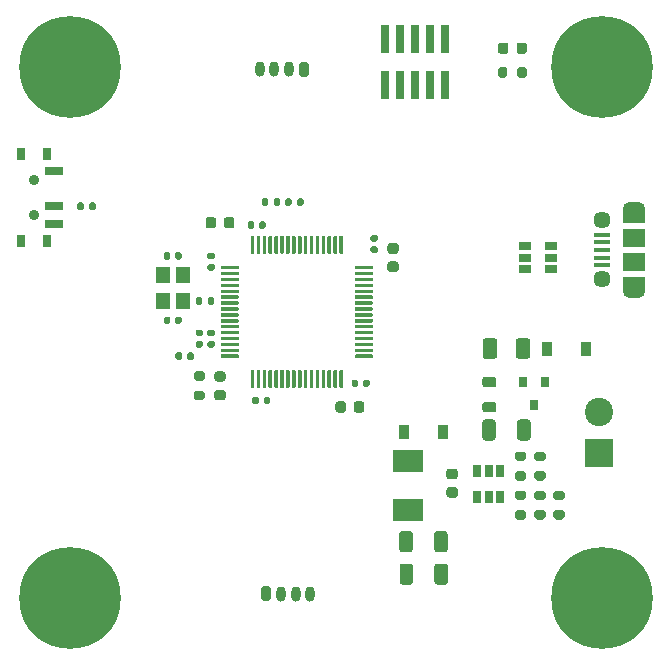
<source format=gbr>
%TF.GenerationSoftware,KiCad,Pcbnew,(5.1.8)-1*%
%TF.CreationDate,2021-01-09T13:57:28-05:00*%
%TF.ProjectId,STM32+USB+BUCK,53544d33-322b-4555-9342-2b4255434b2e,rev?*%
%TF.SameCoordinates,Original*%
%TF.FileFunction,Soldermask,Top*%
%TF.FilePolarity,Negative*%
%FSLAX46Y46*%
G04 Gerber Fmt 4.6, Leading zero omitted, Abs format (unit mm)*
G04 Created by KiCad (PCBNEW (5.1.8)-1) date 2021-01-09 13:57:28*
%MOMM*%
%LPD*%
G01*
G04 APERTURE LIST*
%ADD10R,1.900000X1.200000*%
%ADD11O,1.900000X1.200000*%
%ADD12R,1.900000X1.500000*%
%ADD13C,1.450000*%
%ADD14R,1.350000X0.400000*%
%ADD15R,0.900000X1.200000*%
%ADD16C,8.600000*%
%ADD17R,2.400000X2.400000*%
%ADD18C,2.400000*%
%ADD19O,0.800000X1.300000*%
%ADD20R,0.740000X2.400000*%
%ADD21R,2.500000X1.900000*%
%ADD22R,0.800000X0.900000*%
%ADD23C,0.900000*%
%ADD24R,1.500000X0.700000*%
%ADD25R,0.800000X1.000000*%
%ADD26R,0.650000X1.060000*%
%ADD27R,1.060000X0.650000*%
%ADD28R,1.200000X1.400000*%
G04 APERTURE END LIST*
D10*
%TO.C,J1*%
X162737500Y-98400000D03*
X162737500Y-92600000D03*
D11*
X162737500Y-92000000D03*
X162737500Y-99000000D03*
D12*
X162737500Y-96500000D03*
D13*
X160037500Y-93000000D03*
D14*
X160037500Y-95500000D03*
X160037500Y-94850000D03*
X160037500Y-94200000D03*
X160037500Y-96800000D03*
X160037500Y-96150000D03*
D13*
X160037500Y-98000000D03*
D12*
X162737500Y-94500000D03*
%TD*%
%TO.C,C12*%
G36*
G01*
X126120000Y-102800000D02*
X125780000Y-102800000D01*
G75*
G02*
X125640000Y-102660000I0J140000D01*
G01*
X125640000Y-102380000D01*
G75*
G02*
X125780000Y-102240000I140000J0D01*
G01*
X126120000Y-102240000D01*
G75*
G02*
X126260000Y-102380000I0J-140000D01*
G01*
X126260000Y-102660000D01*
G75*
G02*
X126120000Y-102800000I-140000J0D01*
G01*
G37*
G36*
G01*
X126120000Y-103760000D02*
X125780000Y-103760000D01*
G75*
G02*
X125640000Y-103620000I0J140000D01*
G01*
X125640000Y-103340000D01*
G75*
G02*
X125780000Y-103200000I140000J0D01*
G01*
X126120000Y-103200000D01*
G75*
G02*
X126260000Y-103340000I0J-140000D01*
G01*
X126260000Y-103620000D01*
G75*
G02*
X126120000Y-103760000I-140000J0D01*
G01*
G37*
%TD*%
%TO.C,C1*%
G36*
G01*
X137475000Y-109050000D02*
X137475000Y-108550000D01*
G75*
G02*
X137700000Y-108325000I225000J0D01*
G01*
X138150000Y-108325000D01*
G75*
G02*
X138375000Y-108550000I0J-225000D01*
G01*
X138375000Y-109050000D01*
G75*
G02*
X138150000Y-109275000I-225000J0D01*
G01*
X137700000Y-109275000D01*
G75*
G02*
X137475000Y-109050000I0J225000D01*
G01*
G37*
G36*
G01*
X139025000Y-109050000D02*
X139025000Y-108550000D01*
G75*
G02*
X139250000Y-108325000I225000J0D01*
G01*
X139700000Y-108325000D01*
G75*
G02*
X139925000Y-108550000I0J-225000D01*
G01*
X139925000Y-109050000D01*
G75*
G02*
X139700000Y-109275000I-225000J0D01*
G01*
X139250000Y-109275000D01*
G75*
G02*
X139025000Y-109050000I0J225000D01*
G01*
G37*
%TD*%
%TO.C,C2*%
G36*
G01*
X128925000Y-92950000D02*
X128925000Y-93450000D01*
G75*
G02*
X128700000Y-93675000I-225000J0D01*
G01*
X128250000Y-93675000D01*
G75*
G02*
X128025000Y-93450000I0J225000D01*
G01*
X128025000Y-92950000D01*
G75*
G02*
X128250000Y-92725000I225000J0D01*
G01*
X128700000Y-92725000D01*
G75*
G02*
X128925000Y-92950000I0J-225000D01*
G01*
G37*
G36*
G01*
X127375000Y-92950000D02*
X127375000Y-93450000D01*
G75*
G02*
X127150000Y-93675000I-225000J0D01*
G01*
X126700000Y-93675000D01*
G75*
G02*
X126475000Y-93450000I0J225000D01*
G01*
X126475000Y-92950000D01*
G75*
G02*
X126700000Y-92725000I225000J0D01*
G01*
X127150000Y-92725000D01*
G75*
G02*
X127375000Y-92950000I0J-225000D01*
G01*
G37*
%TD*%
%TO.C,C3*%
G36*
G01*
X142600000Y-95825000D02*
X142100000Y-95825000D01*
G75*
G02*
X141875000Y-95600000I0J225000D01*
G01*
X141875000Y-95150000D01*
G75*
G02*
X142100000Y-94925000I225000J0D01*
G01*
X142600000Y-94925000D01*
G75*
G02*
X142825000Y-95150000I0J-225000D01*
G01*
X142825000Y-95600000D01*
G75*
G02*
X142600000Y-95825000I-225000J0D01*
G01*
G37*
G36*
G01*
X142600000Y-97375000D02*
X142100000Y-97375000D01*
G75*
G02*
X141875000Y-97150000I0J225000D01*
G01*
X141875000Y-96700000D01*
G75*
G02*
X142100000Y-96475000I225000J0D01*
G01*
X142600000Y-96475000D01*
G75*
G02*
X142825000Y-96700000I0J-225000D01*
G01*
X142825000Y-97150000D01*
G75*
G02*
X142600000Y-97375000I-225000J0D01*
G01*
G37*
%TD*%
%TO.C,C4*%
G36*
G01*
X131000000Y-93570000D02*
X131000000Y-93230000D01*
G75*
G02*
X131140000Y-93090000I140000J0D01*
G01*
X131420000Y-93090000D01*
G75*
G02*
X131560000Y-93230000I0J-140000D01*
G01*
X131560000Y-93570000D01*
G75*
G02*
X131420000Y-93710000I-140000J0D01*
G01*
X131140000Y-93710000D01*
G75*
G02*
X131000000Y-93570000I0J140000D01*
G01*
G37*
G36*
G01*
X130040000Y-93570000D02*
X130040000Y-93230000D01*
G75*
G02*
X130180000Y-93090000I140000J0D01*
G01*
X130460000Y-93090000D01*
G75*
G02*
X130600000Y-93230000I0J-140000D01*
G01*
X130600000Y-93570000D01*
G75*
G02*
X130460000Y-93710000I-140000J0D01*
G01*
X130180000Y-93710000D01*
G75*
G02*
X130040000Y-93570000I0J140000D01*
G01*
G37*
%TD*%
%TO.C,C5*%
G36*
G01*
X138840000Y-106970000D02*
X138840000Y-106630000D01*
G75*
G02*
X138980000Y-106490000I140000J0D01*
G01*
X139260000Y-106490000D01*
G75*
G02*
X139400000Y-106630000I0J-140000D01*
G01*
X139400000Y-106970000D01*
G75*
G02*
X139260000Y-107110000I-140000J0D01*
G01*
X138980000Y-107110000D01*
G75*
G02*
X138840000Y-106970000I0J140000D01*
G01*
G37*
G36*
G01*
X139800000Y-106970000D02*
X139800000Y-106630000D01*
G75*
G02*
X139940000Y-106490000I140000J0D01*
G01*
X140220000Y-106490000D01*
G75*
G02*
X140360000Y-106630000I0J-140000D01*
G01*
X140360000Y-106970000D01*
G75*
G02*
X140220000Y-107110000I-140000J0D01*
G01*
X139940000Y-107110000D01*
G75*
G02*
X139800000Y-106970000I0J140000D01*
G01*
G37*
%TD*%
%TO.C,C6*%
G36*
G01*
X140920000Y-94800000D02*
X140580000Y-94800000D01*
G75*
G02*
X140440000Y-94660000I0J140000D01*
G01*
X140440000Y-94380000D01*
G75*
G02*
X140580000Y-94240000I140000J0D01*
G01*
X140920000Y-94240000D01*
G75*
G02*
X141060000Y-94380000I0J-140000D01*
G01*
X141060000Y-94660000D01*
G75*
G02*
X140920000Y-94800000I-140000J0D01*
G01*
G37*
G36*
G01*
X140920000Y-95760000D02*
X140580000Y-95760000D01*
G75*
G02*
X140440000Y-95620000I0J140000D01*
G01*
X140440000Y-95340000D01*
G75*
G02*
X140580000Y-95200000I140000J0D01*
G01*
X140920000Y-95200000D01*
G75*
G02*
X141060000Y-95340000I0J-140000D01*
G01*
X141060000Y-95620000D01*
G75*
G02*
X140920000Y-95760000I-140000J0D01*
G01*
G37*
%TD*%
%TO.C,C7*%
G36*
G01*
X152850000Y-111400001D02*
X152850000Y-110099999D01*
G75*
G02*
X153099999Y-109850000I249999J0D01*
G01*
X153750001Y-109850000D01*
G75*
G02*
X154000000Y-110099999I0J-249999D01*
G01*
X154000000Y-111400001D01*
G75*
G02*
X153750001Y-111650000I-249999J0D01*
G01*
X153099999Y-111650000D01*
G75*
G02*
X152850000Y-111400001I0J249999D01*
G01*
G37*
G36*
G01*
X149900000Y-111400001D02*
X149900000Y-110099999D01*
G75*
G02*
X150149999Y-109850000I249999J0D01*
G01*
X150800001Y-109850000D01*
G75*
G02*
X151050000Y-110099999I0J-249999D01*
G01*
X151050000Y-111400001D01*
G75*
G02*
X150800001Y-111650000I-249999J0D01*
G01*
X150149999Y-111650000D01*
G75*
G02*
X149900000Y-111400001I0J249999D01*
G01*
G37*
%TD*%
%TO.C,C8*%
G36*
G01*
X127120000Y-97260000D02*
X126780000Y-97260000D01*
G75*
G02*
X126640000Y-97120000I0J140000D01*
G01*
X126640000Y-96840000D01*
G75*
G02*
X126780000Y-96700000I140000J0D01*
G01*
X127120000Y-96700000D01*
G75*
G02*
X127260000Y-96840000I0J-140000D01*
G01*
X127260000Y-97120000D01*
G75*
G02*
X127120000Y-97260000I-140000J0D01*
G01*
G37*
G36*
G01*
X127120000Y-96300000D02*
X126780000Y-96300000D01*
G75*
G02*
X126640000Y-96160000I0J140000D01*
G01*
X126640000Y-95880000D01*
G75*
G02*
X126780000Y-95740000I140000J0D01*
G01*
X127120000Y-95740000D01*
G75*
G02*
X127260000Y-95880000I0J-140000D01*
G01*
X127260000Y-96160000D01*
G75*
G02*
X127120000Y-96300000I-140000J0D01*
G01*
G37*
%TD*%
%TO.C,C9*%
G36*
G01*
X131000000Y-108080000D02*
X131000000Y-108420000D01*
G75*
G02*
X130860000Y-108560000I-140000J0D01*
G01*
X130580000Y-108560000D01*
G75*
G02*
X130440000Y-108420000I0J140000D01*
G01*
X130440000Y-108080000D01*
G75*
G02*
X130580000Y-107940000I140000J0D01*
G01*
X130860000Y-107940000D01*
G75*
G02*
X131000000Y-108080000I0J-140000D01*
G01*
G37*
G36*
G01*
X131960000Y-108080000D02*
X131960000Y-108420000D01*
G75*
G02*
X131820000Y-108560000I-140000J0D01*
G01*
X131540000Y-108560000D01*
G75*
G02*
X131400000Y-108420000I0J140000D01*
G01*
X131400000Y-108080000D01*
G75*
G02*
X131540000Y-107940000I140000J0D01*
G01*
X131820000Y-107940000D01*
G75*
G02*
X131960000Y-108080000I0J-140000D01*
G01*
G37*
%TD*%
%TO.C,C10*%
G36*
G01*
X123900000Y-96170000D02*
X123900000Y-95830000D01*
G75*
G02*
X124040000Y-95690000I140000J0D01*
G01*
X124320000Y-95690000D01*
G75*
G02*
X124460000Y-95830000I0J-140000D01*
G01*
X124460000Y-96170000D01*
G75*
G02*
X124320000Y-96310000I-140000J0D01*
G01*
X124040000Y-96310000D01*
G75*
G02*
X123900000Y-96170000I0J140000D01*
G01*
G37*
G36*
G01*
X122940000Y-96170000D02*
X122940000Y-95830000D01*
G75*
G02*
X123080000Y-95690000I140000J0D01*
G01*
X123360000Y-95690000D01*
G75*
G02*
X123500000Y-95830000I0J-140000D01*
G01*
X123500000Y-96170000D01*
G75*
G02*
X123360000Y-96310000I-140000J0D01*
G01*
X123080000Y-96310000D01*
G75*
G02*
X122940000Y-96170000I0J140000D01*
G01*
G37*
%TD*%
%TO.C,C11*%
G36*
G01*
X127120000Y-103760000D02*
X126780000Y-103760000D01*
G75*
G02*
X126640000Y-103620000I0J140000D01*
G01*
X126640000Y-103340000D01*
G75*
G02*
X126780000Y-103200000I140000J0D01*
G01*
X127120000Y-103200000D01*
G75*
G02*
X127260000Y-103340000I0J-140000D01*
G01*
X127260000Y-103620000D01*
G75*
G02*
X127120000Y-103760000I-140000J0D01*
G01*
G37*
G36*
G01*
X127120000Y-102800000D02*
X126780000Y-102800000D01*
G75*
G02*
X126640000Y-102660000I0J140000D01*
G01*
X126640000Y-102380000D01*
G75*
G02*
X126780000Y-102240000I140000J0D01*
G01*
X127120000Y-102240000D01*
G75*
G02*
X127260000Y-102380000I0J-140000D01*
G01*
X127260000Y-102660000D01*
G75*
G02*
X127120000Y-102800000I-140000J0D01*
G01*
G37*
%TD*%
%TO.C,C13*%
G36*
G01*
X124460000Y-101280000D02*
X124460000Y-101620000D01*
G75*
G02*
X124320000Y-101760000I-140000J0D01*
G01*
X124040000Y-101760000D01*
G75*
G02*
X123900000Y-101620000I0J140000D01*
G01*
X123900000Y-101280000D01*
G75*
G02*
X124040000Y-101140000I140000J0D01*
G01*
X124320000Y-101140000D01*
G75*
G02*
X124460000Y-101280000I0J-140000D01*
G01*
G37*
G36*
G01*
X123500000Y-101280000D02*
X123500000Y-101620000D01*
G75*
G02*
X123360000Y-101760000I-140000J0D01*
G01*
X123080000Y-101760000D01*
G75*
G02*
X122940000Y-101620000I0J140000D01*
G01*
X122940000Y-101280000D01*
G75*
G02*
X123080000Y-101140000I140000J0D01*
G01*
X123360000Y-101140000D01*
G75*
G02*
X123500000Y-101280000I0J-140000D01*
G01*
G37*
%TD*%
%TO.C,C14*%
G36*
G01*
X142875000Y-120850001D02*
X142875000Y-119549999D01*
G75*
G02*
X143124999Y-119300000I249999J0D01*
G01*
X143775001Y-119300000D01*
G75*
G02*
X144025000Y-119549999I0J-249999D01*
G01*
X144025000Y-120850001D01*
G75*
G02*
X143775001Y-121100000I-249999J0D01*
G01*
X143124999Y-121100000D01*
G75*
G02*
X142875000Y-120850001I0J249999D01*
G01*
G37*
G36*
G01*
X145825000Y-120850001D02*
X145825000Y-119549999D01*
G75*
G02*
X146074999Y-119300000I249999J0D01*
G01*
X146725001Y-119300000D01*
G75*
G02*
X146975000Y-119549999I0J-249999D01*
G01*
X146975000Y-120850001D01*
G75*
G02*
X146725001Y-121100000I-249999J0D01*
G01*
X146074999Y-121100000D01*
G75*
G02*
X145825000Y-120850001I0J249999D01*
G01*
G37*
%TD*%
%TO.C,C15*%
G36*
G01*
X142900000Y-123600001D02*
X142900000Y-122299999D01*
G75*
G02*
X143149999Y-122050000I249999J0D01*
G01*
X143800001Y-122050000D01*
G75*
G02*
X144050000Y-122299999I0J-249999D01*
G01*
X144050000Y-123600001D01*
G75*
G02*
X143800001Y-123850000I-249999J0D01*
G01*
X143149999Y-123850000D01*
G75*
G02*
X142900000Y-123600001I0J249999D01*
G01*
G37*
G36*
G01*
X145850000Y-123600001D02*
X145850000Y-122299999D01*
G75*
G02*
X146099999Y-122050000I249999J0D01*
G01*
X146750001Y-122050000D01*
G75*
G02*
X147000000Y-122299999I0J-249999D01*
G01*
X147000000Y-123600001D01*
G75*
G02*
X146750001Y-123850000I-249999J0D01*
G01*
X146099999Y-123850000D01*
G75*
G02*
X145850000Y-123600001I0J249999D01*
G01*
G37*
%TD*%
%TO.C,C16*%
G36*
G01*
X147100000Y-115575000D02*
X147600000Y-115575000D01*
G75*
G02*
X147825000Y-115800000I0J-225000D01*
G01*
X147825000Y-116250000D01*
G75*
G02*
X147600000Y-116475000I-225000J0D01*
G01*
X147100000Y-116475000D01*
G75*
G02*
X146875000Y-116250000I0J225000D01*
G01*
X146875000Y-115800000D01*
G75*
G02*
X147100000Y-115575000I225000J0D01*
G01*
G37*
G36*
G01*
X147100000Y-114025000D02*
X147600000Y-114025000D01*
G75*
G02*
X147825000Y-114250000I0J-225000D01*
G01*
X147825000Y-114700000D01*
G75*
G02*
X147600000Y-114925000I-225000J0D01*
G01*
X147100000Y-114925000D01*
G75*
G02*
X146875000Y-114700000I0J225000D01*
G01*
X146875000Y-114250000D01*
G75*
G02*
X147100000Y-114025000I225000J0D01*
G01*
G37*
%TD*%
%TO.C,D1*%
G36*
G01*
X127956250Y-108225000D02*
X127443750Y-108225000D01*
G75*
G02*
X127225000Y-108006250I0J218750D01*
G01*
X127225000Y-107568750D01*
G75*
G02*
X127443750Y-107350000I218750J0D01*
G01*
X127956250Y-107350000D01*
G75*
G02*
X128175000Y-107568750I0J-218750D01*
G01*
X128175000Y-108006250D01*
G75*
G02*
X127956250Y-108225000I-218750J0D01*
G01*
G37*
G36*
G01*
X127956250Y-106650000D02*
X127443750Y-106650000D01*
G75*
G02*
X127225000Y-106431250I0J218750D01*
G01*
X127225000Y-105993750D01*
G75*
G02*
X127443750Y-105775000I218750J0D01*
G01*
X127956250Y-105775000D01*
G75*
G02*
X128175000Y-105993750I0J-218750D01*
G01*
X128175000Y-106431250D01*
G75*
G02*
X127956250Y-106650000I-218750J0D01*
G01*
G37*
%TD*%
D15*
%TO.C,D2*%
X155400000Y-103850000D03*
X158700000Y-103850000D03*
%TD*%
%TO.C,D3*%
X146600000Y-110900000D03*
X143300000Y-110900000D03*
%TD*%
%TO.C,D4*%
G36*
G01*
X152110000Y-78163750D02*
X152110000Y-78676250D01*
G75*
G02*
X151891250Y-78895000I-218750J0D01*
G01*
X151453750Y-78895000D01*
G75*
G02*
X151235000Y-78676250I0J218750D01*
G01*
X151235000Y-78163750D01*
G75*
G02*
X151453750Y-77945000I218750J0D01*
G01*
X151891250Y-77945000D01*
G75*
G02*
X152110000Y-78163750I0J-218750D01*
G01*
G37*
G36*
G01*
X153685000Y-78163750D02*
X153685000Y-78676250D01*
G75*
G02*
X153466250Y-78895000I-218750J0D01*
G01*
X153028750Y-78895000D01*
G75*
G02*
X152810000Y-78676250I0J218750D01*
G01*
X152810000Y-78163750D01*
G75*
G02*
X153028750Y-77945000I218750J0D01*
G01*
X153466250Y-77945000D01*
G75*
G02*
X153685000Y-78163750I0J-218750D01*
G01*
G37*
%TD*%
%TO.C,F1*%
G36*
G01*
X149925000Y-104475000D02*
X149925000Y-103225000D01*
G75*
G02*
X150175000Y-102975000I250000J0D01*
G01*
X150925000Y-102975000D01*
G75*
G02*
X151175000Y-103225000I0J-250000D01*
G01*
X151175000Y-104475000D01*
G75*
G02*
X150925000Y-104725000I-250000J0D01*
G01*
X150175000Y-104725000D01*
G75*
G02*
X149925000Y-104475000I0J250000D01*
G01*
G37*
G36*
G01*
X152725000Y-104475000D02*
X152725000Y-103225000D01*
G75*
G02*
X152975000Y-102975000I250000J0D01*
G01*
X153725000Y-102975000D01*
G75*
G02*
X153975000Y-103225000I0J-250000D01*
G01*
X153975000Y-104475000D01*
G75*
G02*
X153725000Y-104725000I-250000J0D01*
G01*
X152975000Y-104725000D01*
G75*
G02*
X152725000Y-104475000I0J250000D01*
G01*
G37*
%TD*%
%TO.C,FB1*%
G36*
G01*
X150881250Y-109250000D02*
X150118750Y-109250000D01*
G75*
G02*
X149900000Y-109031250I0J218750D01*
G01*
X149900000Y-108593750D01*
G75*
G02*
X150118750Y-108375000I218750J0D01*
G01*
X150881250Y-108375000D01*
G75*
G02*
X151100000Y-108593750I0J-218750D01*
G01*
X151100000Y-109031250D01*
G75*
G02*
X150881250Y-109250000I-218750J0D01*
G01*
G37*
G36*
G01*
X150881250Y-107125000D02*
X150118750Y-107125000D01*
G75*
G02*
X149900000Y-106906250I0J218750D01*
G01*
X149900000Y-106468750D01*
G75*
G02*
X150118750Y-106250000I218750J0D01*
G01*
X150881250Y-106250000D01*
G75*
G02*
X151100000Y-106468750I0J-218750D01*
G01*
X151100000Y-106906250D01*
G75*
G02*
X150881250Y-107125000I-218750J0D01*
G01*
G37*
%TD*%
D16*
%TO.C,H1*%
X160000000Y-80000000D03*
%TD*%
%TO.C,H2*%
X115000000Y-125000000D03*
%TD*%
%TO.C,H3*%
X160000000Y-125000000D03*
%TD*%
%TO.C,H4*%
X115000000Y-80000000D03*
%TD*%
D17*
%TO.C,J2*%
X159800000Y-112700000D03*
D18*
X159800000Y-109200000D03*
%TD*%
%TO.C,J3*%
G36*
G01*
X135200000Y-79750000D02*
X135200000Y-80650000D01*
G75*
G02*
X135000000Y-80850000I-200000J0D01*
G01*
X134600000Y-80850000D01*
G75*
G02*
X134400000Y-80650000I0J200000D01*
G01*
X134400000Y-79750000D01*
G75*
G02*
X134600000Y-79550000I200000J0D01*
G01*
X135000000Y-79550000D01*
G75*
G02*
X135200000Y-79750000I0J-200000D01*
G01*
G37*
D19*
X133550000Y-80200000D03*
X132300000Y-80200000D03*
X131050000Y-80200000D03*
%TD*%
D20*
%TO.C,J4*%
X141660000Y-81550000D03*
X141660000Y-77650000D03*
X142930000Y-81550000D03*
X142930000Y-77650000D03*
X144200000Y-81550000D03*
X144200000Y-77650000D03*
X145470000Y-81550000D03*
X145470000Y-77650000D03*
X146740000Y-81550000D03*
X146740000Y-77650000D03*
%TD*%
D19*
%TO.C,J5*%
X135350000Y-124600000D03*
X134100000Y-124600000D03*
X132850000Y-124600000D03*
G36*
G01*
X131200000Y-125050000D02*
X131200000Y-124150000D01*
G75*
G02*
X131400000Y-123950000I200000J0D01*
G01*
X131800000Y-123950000D01*
G75*
G02*
X132000000Y-124150000I0J-200000D01*
G01*
X132000000Y-125050000D01*
G75*
G02*
X131800000Y-125250000I-200000J0D01*
G01*
X131400000Y-125250000D01*
G75*
G02*
X131200000Y-125050000I0J200000D01*
G01*
G37*
%TD*%
%TO.C,L1*%
G36*
G01*
X123920000Y-104672500D02*
X123920000Y-104327500D01*
G75*
G02*
X124067500Y-104180000I147500J0D01*
G01*
X124362500Y-104180000D01*
G75*
G02*
X124510000Y-104327500I0J-147500D01*
G01*
X124510000Y-104672500D01*
G75*
G02*
X124362500Y-104820000I-147500J0D01*
G01*
X124067500Y-104820000D01*
G75*
G02*
X123920000Y-104672500I0J147500D01*
G01*
G37*
G36*
G01*
X124890000Y-104672500D02*
X124890000Y-104327500D01*
G75*
G02*
X125037500Y-104180000I147500J0D01*
G01*
X125332500Y-104180000D01*
G75*
G02*
X125480000Y-104327500I0J-147500D01*
G01*
X125480000Y-104672500D01*
G75*
G02*
X125332500Y-104820000I-147500J0D01*
G01*
X125037500Y-104820000D01*
G75*
G02*
X124890000Y-104672500I0J147500D01*
G01*
G37*
%TD*%
D21*
%TO.C,L2*%
X143600000Y-113400000D03*
X143600000Y-117500000D03*
%TD*%
D22*
%TO.C,Q1*%
X155250000Y-106650000D03*
X153350000Y-106650000D03*
X154300000Y-108650000D03*
%TD*%
%TO.C,R1*%
G36*
G01*
X126225000Y-108225000D02*
X125675000Y-108225000D01*
G75*
G02*
X125475000Y-108025000I0J200000D01*
G01*
X125475000Y-107625000D01*
G75*
G02*
X125675000Y-107425000I200000J0D01*
G01*
X126225000Y-107425000D01*
G75*
G02*
X126425000Y-107625000I0J-200000D01*
G01*
X126425000Y-108025000D01*
G75*
G02*
X126225000Y-108225000I-200000J0D01*
G01*
G37*
G36*
G01*
X126225000Y-106575000D02*
X125675000Y-106575000D01*
G75*
G02*
X125475000Y-106375000I0J200000D01*
G01*
X125475000Y-105975000D01*
G75*
G02*
X125675000Y-105775000I200000J0D01*
G01*
X126225000Y-105775000D01*
G75*
G02*
X126425000Y-105975000I0J-200000D01*
G01*
X126425000Y-106375000D01*
G75*
G02*
X126225000Y-106575000I-200000J0D01*
G01*
G37*
%TD*%
%TO.C,R2*%
G36*
G01*
X152875000Y-114225000D02*
X153425000Y-114225000D01*
G75*
G02*
X153625000Y-114425000I0J-200000D01*
G01*
X153625000Y-114825000D01*
G75*
G02*
X153425000Y-115025000I-200000J0D01*
G01*
X152875000Y-115025000D01*
G75*
G02*
X152675000Y-114825000I0J200000D01*
G01*
X152675000Y-114425000D01*
G75*
G02*
X152875000Y-114225000I200000J0D01*
G01*
G37*
G36*
G01*
X152875000Y-112575000D02*
X153425000Y-112575000D01*
G75*
G02*
X153625000Y-112775000I0J-200000D01*
G01*
X153625000Y-113175000D01*
G75*
G02*
X153425000Y-113375000I-200000J0D01*
G01*
X152875000Y-113375000D01*
G75*
G02*
X152675000Y-113175000I0J200000D01*
G01*
X152675000Y-112775000D01*
G75*
G02*
X152875000Y-112575000I200000J0D01*
G01*
G37*
%TD*%
%TO.C,R3*%
G36*
G01*
X155075000Y-115025000D02*
X154525000Y-115025000D01*
G75*
G02*
X154325000Y-114825000I0J200000D01*
G01*
X154325000Y-114425000D01*
G75*
G02*
X154525000Y-114225000I200000J0D01*
G01*
X155075000Y-114225000D01*
G75*
G02*
X155275000Y-114425000I0J-200000D01*
G01*
X155275000Y-114825000D01*
G75*
G02*
X155075000Y-115025000I-200000J0D01*
G01*
G37*
G36*
G01*
X155075000Y-113375000D02*
X154525000Y-113375000D01*
G75*
G02*
X154325000Y-113175000I0J200000D01*
G01*
X154325000Y-112775000D01*
G75*
G02*
X154525000Y-112575000I200000J0D01*
G01*
X155075000Y-112575000D01*
G75*
G02*
X155275000Y-112775000I0J-200000D01*
G01*
X155275000Y-113175000D01*
G75*
G02*
X155075000Y-113375000I-200000J0D01*
G01*
G37*
%TD*%
%TO.C,R4*%
G36*
G01*
X115620000Y-91985000D02*
X115620000Y-91615000D01*
G75*
G02*
X115755000Y-91480000I135000J0D01*
G01*
X116025000Y-91480000D01*
G75*
G02*
X116160000Y-91615000I0J-135000D01*
G01*
X116160000Y-91985000D01*
G75*
G02*
X116025000Y-92120000I-135000J0D01*
G01*
X115755000Y-92120000D01*
G75*
G02*
X115620000Y-91985000I0J135000D01*
G01*
G37*
G36*
G01*
X116640000Y-91985000D02*
X116640000Y-91615000D01*
G75*
G02*
X116775000Y-91480000I135000J0D01*
G01*
X117045000Y-91480000D01*
G75*
G02*
X117180000Y-91615000I0J-135000D01*
G01*
X117180000Y-91985000D01*
G75*
G02*
X117045000Y-92120000I-135000J0D01*
G01*
X116775000Y-92120000D01*
G75*
G02*
X116640000Y-91985000I0J135000D01*
G01*
G37*
%TD*%
%TO.C,R5*%
G36*
G01*
X134780000Y-91265000D02*
X134780000Y-91635000D01*
G75*
G02*
X134645000Y-91770000I-135000J0D01*
G01*
X134375000Y-91770000D01*
G75*
G02*
X134240000Y-91635000I0J135000D01*
G01*
X134240000Y-91265000D01*
G75*
G02*
X134375000Y-91130000I135000J0D01*
G01*
X134645000Y-91130000D01*
G75*
G02*
X134780000Y-91265000I0J-135000D01*
G01*
G37*
G36*
G01*
X133760000Y-91265000D02*
X133760000Y-91635000D01*
G75*
G02*
X133625000Y-91770000I-135000J0D01*
G01*
X133355000Y-91770000D01*
G75*
G02*
X133220000Y-91635000I0J135000D01*
G01*
X133220000Y-91265000D01*
G75*
G02*
X133355000Y-91130000I135000J0D01*
G01*
X133625000Y-91130000D01*
G75*
G02*
X133760000Y-91265000I0J-135000D01*
G01*
G37*
%TD*%
%TO.C,R6*%
G36*
G01*
X126210000Y-99637000D02*
X126210000Y-100007000D01*
G75*
G02*
X126075000Y-100142000I-135000J0D01*
G01*
X125805000Y-100142000D01*
G75*
G02*
X125670000Y-100007000I0J135000D01*
G01*
X125670000Y-99637000D01*
G75*
G02*
X125805000Y-99502000I135000J0D01*
G01*
X126075000Y-99502000D01*
G75*
G02*
X126210000Y-99637000I0J-135000D01*
G01*
G37*
G36*
G01*
X127230000Y-99637000D02*
X127230000Y-100007000D01*
G75*
G02*
X127095000Y-100142000I-135000J0D01*
G01*
X126825000Y-100142000D01*
G75*
G02*
X126690000Y-100007000I0J135000D01*
G01*
X126690000Y-99637000D01*
G75*
G02*
X126825000Y-99502000I135000J0D01*
G01*
X127095000Y-99502000D01*
G75*
G02*
X127230000Y-99637000I0J-135000D01*
G01*
G37*
%TD*%
%TO.C,R7*%
G36*
G01*
X132240000Y-91635000D02*
X132240000Y-91265000D01*
G75*
G02*
X132375000Y-91130000I135000J0D01*
G01*
X132645000Y-91130000D01*
G75*
G02*
X132780000Y-91265000I0J-135000D01*
G01*
X132780000Y-91635000D01*
G75*
G02*
X132645000Y-91770000I-135000J0D01*
G01*
X132375000Y-91770000D01*
G75*
G02*
X132240000Y-91635000I0J135000D01*
G01*
G37*
G36*
G01*
X131220000Y-91635000D02*
X131220000Y-91265000D01*
G75*
G02*
X131355000Y-91130000I135000J0D01*
G01*
X131625000Y-91130000D01*
G75*
G02*
X131760000Y-91265000I0J-135000D01*
G01*
X131760000Y-91635000D01*
G75*
G02*
X131625000Y-91770000I-135000J0D01*
G01*
X131355000Y-91770000D01*
G75*
G02*
X131220000Y-91635000I0J135000D01*
G01*
G37*
%TD*%
%TO.C,R8*%
G36*
G01*
X153425000Y-116675000D02*
X152875000Y-116675000D01*
G75*
G02*
X152675000Y-116475000I0J200000D01*
G01*
X152675000Y-116075000D01*
G75*
G02*
X152875000Y-115875000I200000J0D01*
G01*
X153425000Y-115875000D01*
G75*
G02*
X153625000Y-116075000I0J-200000D01*
G01*
X153625000Y-116475000D01*
G75*
G02*
X153425000Y-116675000I-200000J0D01*
G01*
G37*
G36*
G01*
X153425000Y-118325000D02*
X152875000Y-118325000D01*
G75*
G02*
X152675000Y-118125000I0J200000D01*
G01*
X152675000Y-117725000D01*
G75*
G02*
X152875000Y-117525000I200000J0D01*
G01*
X153425000Y-117525000D01*
G75*
G02*
X153625000Y-117725000I0J-200000D01*
G01*
X153625000Y-118125000D01*
G75*
G02*
X153425000Y-118325000I-200000J0D01*
G01*
G37*
%TD*%
%TO.C,R9*%
G36*
G01*
X154525000Y-115875000D02*
X155075000Y-115875000D01*
G75*
G02*
X155275000Y-116075000I0J-200000D01*
G01*
X155275000Y-116475000D01*
G75*
G02*
X155075000Y-116675000I-200000J0D01*
G01*
X154525000Y-116675000D01*
G75*
G02*
X154325000Y-116475000I0J200000D01*
G01*
X154325000Y-116075000D01*
G75*
G02*
X154525000Y-115875000I200000J0D01*
G01*
G37*
G36*
G01*
X154525000Y-117525000D02*
X155075000Y-117525000D01*
G75*
G02*
X155275000Y-117725000I0J-200000D01*
G01*
X155275000Y-118125000D01*
G75*
G02*
X155075000Y-118325000I-200000J0D01*
G01*
X154525000Y-118325000D01*
G75*
G02*
X154325000Y-118125000I0J200000D01*
G01*
X154325000Y-117725000D01*
G75*
G02*
X154525000Y-117525000I200000J0D01*
G01*
G37*
%TD*%
%TO.C,R10*%
G36*
G01*
X156675000Y-116675000D02*
X156125000Y-116675000D01*
G75*
G02*
X155925000Y-116475000I0J200000D01*
G01*
X155925000Y-116075000D01*
G75*
G02*
X156125000Y-115875000I200000J0D01*
G01*
X156675000Y-115875000D01*
G75*
G02*
X156875000Y-116075000I0J-200000D01*
G01*
X156875000Y-116475000D01*
G75*
G02*
X156675000Y-116675000I-200000J0D01*
G01*
G37*
G36*
G01*
X156675000Y-118325000D02*
X156125000Y-118325000D01*
G75*
G02*
X155925000Y-118125000I0J200000D01*
G01*
X155925000Y-117725000D01*
G75*
G02*
X156125000Y-117525000I200000J0D01*
G01*
X156675000Y-117525000D01*
G75*
G02*
X156875000Y-117725000I0J-200000D01*
G01*
X156875000Y-118125000D01*
G75*
G02*
X156675000Y-118325000I-200000J0D01*
G01*
G37*
%TD*%
%TO.C,R11*%
G36*
G01*
X153685000Y-80185000D02*
X153685000Y-80735000D01*
G75*
G02*
X153485000Y-80935000I-200000J0D01*
G01*
X153085000Y-80935000D01*
G75*
G02*
X152885000Y-80735000I0J200000D01*
G01*
X152885000Y-80185000D01*
G75*
G02*
X153085000Y-79985000I200000J0D01*
G01*
X153485000Y-79985000D01*
G75*
G02*
X153685000Y-80185000I0J-200000D01*
G01*
G37*
G36*
G01*
X152035000Y-80185000D02*
X152035000Y-80735000D01*
G75*
G02*
X151835000Y-80935000I-200000J0D01*
G01*
X151435000Y-80935000D01*
G75*
G02*
X151235000Y-80735000I0J200000D01*
G01*
X151235000Y-80185000D01*
G75*
G02*
X151435000Y-79985000I200000J0D01*
G01*
X151835000Y-79985000D01*
G75*
G02*
X152035000Y-80185000I0J-200000D01*
G01*
G37*
%TD*%
D23*
%TO.C,SW1*%
X111920000Y-89550000D03*
X111920000Y-92550000D03*
D24*
X113680000Y-88800000D03*
X113680000Y-91800000D03*
X113680000Y-93300000D03*
D25*
X110820000Y-87400000D03*
X110820000Y-94700000D03*
X113030000Y-94700000D03*
X113030000Y-87400000D03*
%TD*%
%TO.C,U1*%
G36*
G01*
X127750000Y-97075000D02*
X127750000Y-96925000D01*
G75*
G02*
X127825000Y-96850000I75000J0D01*
G01*
X129225000Y-96850000D01*
G75*
G02*
X129300000Y-96925000I0J-75000D01*
G01*
X129300000Y-97075000D01*
G75*
G02*
X129225000Y-97150000I-75000J0D01*
G01*
X127825000Y-97150000D01*
G75*
G02*
X127750000Y-97075000I0J75000D01*
G01*
G37*
G36*
G01*
X127750000Y-97575000D02*
X127750000Y-97425000D01*
G75*
G02*
X127825000Y-97350000I75000J0D01*
G01*
X129225000Y-97350000D01*
G75*
G02*
X129300000Y-97425000I0J-75000D01*
G01*
X129300000Y-97575000D01*
G75*
G02*
X129225000Y-97650000I-75000J0D01*
G01*
X127825000Y-97650000D01*
G75*
G02*
X127750000Y-97575000I0J75000D01*
G01*
G37*
G36*
G01*
X127750000Y-98075000D02*
X127750000Y-97925000D01*
G75*
G02*
X127825000Y-97850000I75000J0D01*
G01*
X129225000Y-97850000D01*
G75*
G02*
X129300000Y-97925000I0J-75000D01*
G01*
X129300000Y-98075000D01*
G75*
G02*
X129225000Y-98150000I-75000J0D01*
G01*
X127825000Y-98150000D01*
G75*
G02*
X127750000Y-98075000I0J75000D01*
G01*
G37*
G36*
G01*
X127750000Y-98575000D02*
X127750000Y-98425000D01*
G75*
G02*
X127825000Y-98350000I75000J0D01*
G01*
X129225000Y-98350000D01*
G75*
G02*
X129300000Y-98425000I0J-75000D01*
G01*
X129300000Y-98575000D01*
G75*
G02*
X129225000Y-98650000I-75000J0D01*
G01*
X127825000Y-98650000D01*
G75*
G02*
X127750000Y-98575000I0J75000D01*
G01*
G37*
G36*
G01*
X127750000Y-99075000D02*
X127750000Y-98925000D01*
G75*
G02*
X127825000Y-98850000I75000J0D01*
G01*
X129225000Y-98850000D01*
G75*
G02*
X129300000Y-98925000I0J-75000D01*
G01*
X129300000Y-99075000D01*
G75*
G02*
X129225000Y-99150000I-75000J0D01*
G01*
X127825000Y-99150000D01*
G75*
G02*
X127750000Y-99075000I0J75000D01*
G01*
G37*
G36*
G01*
X127750000Y-99575000D02*
X127750000Y-99425000D01*
G75*
G02*
X127825000Y-99350000I75000J0D01*
G01*
X129225000Y-99350000D01*
G75*
G02*
X129300000Y-99425000I0J-75000D01*
G01*
X129300000Y-99575000D01*
G75*
G02*
X129225000Y-99650000I-75000J0D01*
G01*
X127825000Y-99650000D01*
G75*
G02*
X127750000Y-99575000I0J75000D01*
G01*
G37*
G36*
G01*
X127750000Y-100075000D02*
X127750000Y-99925000D01*
G75*
G02*
X127825000Y-99850000I75000J0D01*
G01*
X129225000Y-99850000D01*
G75*
G02*
X129300000Y-99925000I0J-75000D01*
G01*
X129300000Y-100075000D01*
G75*
G02*
X129225000Y-100150000I-75000J0D01*
G01*
X127825000Y-100150000D01*
G75*
G02*
X127750000Y-100075000I0J75000D01*
G01*
G37*
G36*
G01*
X127750000Y-100575000D02*
X127750000Y-100425000D01*
G75*
G02*
X127825000Y-100350000I75000J0D01*
G01*
X129225000Y-100350000D01*
G75*
G02*
X129300000Y-100425000I0J-75000D01*
G01*
X129300000Y-100575000D01*
G75*
G02*
X129225000Y-100650000I-75000J0D01*
G01*
X127825000Y-100650000D01*
G75*
G02*
X127750000Y-100575000I0J75000D01*
G01*
G37*
G36*
G01*
X127750000Y-101075000D02*
X127750000Y-100925000D01*
G75*
G02*
X127825000Y-100850000I75000J0D01*
G01*
X129225000Y-100850000D01*
G75*
G02*
X129300000Y-100925000I0J-75000D01*
G01*
X129300000Y-101075000D01*
G75*
G02*
X129225000Y-101150000I-75000J0D01*
G01*
X127825000Y-101150000D01*
G75*
G02*
X127750000Y-101075000I0J75000D01*
G01*
G37*
G36*
G01*
X127750000Y-101575000D02*
X127750000Y-101425000D01*
G75*
G02*
X127825000Y-101350000I75000J0D01*
G01*
X129225000Y-101350000D01*
G75*
G02*
X129300000Y-101425000I0J-75000D01*
G01*
X129300000Y-101575000D01*
G75*
G02*
X129225000Y-101650000I-75000J0D01*
G01*
X127825000Y-101650000D01*
G75*
G02*
X127750000Y-101575000I0J75000D01*
G01*
G37*
G36*
G01*
X127750000Y-102075000D02*
X127750000Y-101925000D01*
G75*
G02*
X127825000Y-101850000I75000J0D01*
G01*
X129225000Y-101850000D01*
G75*
G02*
X129300000Y-101925000I0J-75000D01*
G01*
X129300000Y-102075000D01*
G75*
G02*
X129225000Y-102150000I-75000J0D01*
G01*
X127825000Y-102150000D01*
G75*
G02*
X127750000Y-102075000I0J75000D01*
G01*
G37*
G36*
G01*
X127750000Y-102575000D02*
X127750000Y-102425000D01*
G75*
G02*
X127825000Y-102350000I75000J0D01*
G01*
X129225000Y-102350000D01*
G75*
G02*
X129300000Y-102425000I0J-75000D01*
G01*
X129300000Y-102575000D01*
G75*
G02*
X129225000Y-102650000I-75000J0D01*
G01*
X127825000Y-102650000D01*
G75*
G02*
X127750000Y-102575000I0J75000D01*
G01*
G37*
G36*
G01*
X127750000Y-103075000D02*
X127750000Y-102925000D01*
G75*
G02*
X127825000Y-102850000I75000J0D01*
G01*
X129225000Y-102850000D01*
G75*
G02*
X129300000Y-102925000I0J-75000D01*
G01*
X129300000Y-103075000D01*
G75*
G02*
X129225000Y-103150000I-75000J0D01*
G01*
X127825000Y-103150000D01*
G75*
G02*
X127750000Y-103075000I0J75000D01*
G01*
G37*
G36*
G01*
X127750000Y-103575000D02*
X127750000Y-103425000D01*
G75*
G02*
X127825000Y-103350000I75000J0D01*
G01*
X129225000Y-103350000D01*
G75*
G02*
X129300000Y-103425000I0J-75000D01*
G01*
X129300000Y-103575000D01*
G75*
G02*
X129225000Y-103650000I-75000J0D01*
G01*
X127825000Y-103650000D01*
G75*
G02*
X127750000Y-103575000I0J75000D01*
G01*
G37*
G36*
G01*
X127750000Y-104075000D02*
X127750000Y-103925000D01*
G75*
G02*
X127825000Y-103850000I75000J0D01*
G01*
X129225000Y-103850000D01*
G75*
G02*
X129300000Y-103925000I0J-75000D01*
G01*
X129300000Y-104075000D01*
G75*
G02*
X129225000Y-104150000I-75000J0D01*
G01*
X127825000Y-104150000D01*
G75*
G02*
X127750000Y-104075000I0J75000D01*
G01*
G37*
G36*
G01*
X127750000Y-104575000D02*
X127750000Y-104425000D01*
G75*
G02*
X127825000Y-104350000I75000J0D01*
G01*
X129225000Y-104350000D01*
G75*
G02*
X129300000Y-104425000I0J-75000D01*
G01*
X129300000Y-104575000D01*
G75*
G02*
X129225000Y-104650000I-75000J0D01*
G01*
X127825000Y-104650000D01*
G75*
G02*
X127750000Y-104575000I0J75000D01*
G01*
G37*
G36*
G01*
X130300000Y-107125000D02*
X130300000Y-105725000D01*
G75*
G02*
X130375000Y-105650000I75000J0D01*
G01*
X130525000Y-105650000D01*
G75*
G02*
X130600000Y-105725000I0J-75000D01*
G01*
X130600000Y-107125000D01*
G75*
G02*
X130525000Y-107200000I-75000J0D01*
G01*
X130375000Y-107200000D01*
G75*
G02*
X130300000Y-107125000I0J75000D01*
G01*
G37*
G36*
G01*
X130800000Y-107125000D02*
X130800000Y-105725000D01*
G75*
G02*
X130875000Y-105650000I75000J0D01*
G01*
X131025000Y-105650000D01*
G75*
G02*
X131100000Y-105725000I0J-75000D01*
G01*
X131100000Y-107125000D01*
G75*
G02*
X131025000Y-107200000I-75000J0D01*
G01*
X130875000Y-107200000D01*
G75*
G02*
X130800000Y-107125000I0J75000D01*
G01*
G37*
G36*
G01*
X131300000Y-107125000D02*
X131300000Y-105725000D01*
G75*
G02*
X131375000Y-105650000I75000J0D01*
G01*
X131525000Y-105650000D01*
G75*
G02*
X131600000Y-105725000I0J-75000D01*
G01*
X131600000Y-107125000D01*
G75*
G02*
X131525000Y-107200000I-75000J0D01*
G01*
X131375000Y-107200000D01*
G75*
G02*
X131300000Y-107125000I0J75000D01*
G01*
G37*
G36*
G01*
X131800000Y-107125000D02*
X131800000Y-105725000D01*
G75*
G02*
X131875000Y-105650000I75000J0D01*
G01*
X132025000Y-105650000D01*
G75*
G02*
X132100000Y-105725000I0J-75000D01*
G01*
X132100000Y-107125000D01*
G75*
G02*
X132025000Y-107200000I-75000J0D01*
G01*
X131875000Y-107200000D01*
G75*
G02*
X131800000Y-107125000I0J75000D01*
G01*
G37*
G36*
G01*
X132300000Y-107125000D02*
X132300000Y-105725000D01*
G75*
G02*
X132375000Y-105650000I75000J0D01*
G01*
X132525000Y-105650000D01*
G75*
G02*
X132600000Y-105725000I0J-75000D01*
G01*
X132600000Y-107125000D01*
G75*
G02*
X132525000Y-107200000I-75000J0D01*
G01*
X132375000Y-107200000D01*
G75*
G02*
X132300000Y-107125000I0J75000D01*
G01*
G37*
G36*
G01*
X132800000Y-107125000D02*
X132800000Y-105725000D01*
G75*
G02*
X132875000Y-105650000I75000J0D01*
G01*
X133025000Y-105650000D01*
G75*
G02*
X133100000Y-105725000I0J-75000D01*
G01*
X133100000Y-107125000D01*
G75*
G02*
X133025000Y-107200000I-75000J0D01*
G01*
X132875000Y-107200000D01*
G75*
G02*
X132800000Y-107125000I0J75000D01*
G01*
G37*
G36*
G01*
X133300000Y-107125000D02*
X133300000Y-105725000D01*
G75*
G02*
X133375000Y-105650000I75000J0D01*
G01*
X133525000Y-105650000D01*
G75*
G02*
X133600000Y-105725000I0J-75000D01*
G01*
X133600000Y-107125000D01*
G75*
G02*
X133525000Y-107200000I-75000J0D01*
G01*
X133375000Y-107200000D01*
G75*
G02*
X133300000Y-107125000I0J75000D01*
G01*
G37*
G36*
G01*
X133800000Y-107125000D02*
X133800000Y-105725000D01*
G75*
G02*
X133875000Y-105650000I75000J0D01*
G01*
X134025000Y-105650000D01*
G75*
G02*
X134100000Y-105725000I0J-75000D01*
G01*
X134100000Y-107125000D01*
G75*
G02*
X134025000Y-107200000I-75000J0D01*
G01*
X133875000Y-107200000D01*
G75*
G02*
X133800000Y-107125000I0J75000D01*
G01*
G37*
G36*
G01*
X134300000Y-107125000D02*
X134300000Y-105725000D01*
G75*
G02*
X134375000Y-105650000I75000J0D01*
G01*
X134525000Y-105650000D01*
G75*
G02*
X134600000Y-105725000I0J-75000D01*
G01*
X134600000Y-107125000D01*
G75*
G02*
X134525000Y-107200000I-75000J0D01*
G01*
X134375000Y-107200000D01*
G75*
G02*
X134300000Y-107125000I0J75000D01*
G01*
G37*
G36*
G01*
X134800000Y-107125000D02*
X134800000Y-105725000D01*
G75*
G02*
X134875000Y-105650000I75000J0D01*
G01*
X135025000Y-105650000D01*
G75*
G02*
X135100000Y-105725000I0J-75000D01*
G01*
X135100000Y-107125000D01*
G75*
G02*
X135025000Y-107200000I-75000J0D01*
G01*
X134875000Y-107200000D01*
G75*
G02*
X134800000Y-107125000I0J75000D01*
G01*
G37*
G36*
G01*
X135300000Y-107125000D02*
X135300000Y-105725000D01*
G75*
G02*
X135375000Y-105650000I75000J0D01*
G01*
X135525000Y-105650000D01*
G75*
G02*
X135600000Y-105725000I0J-75000D01*
G01*
X135600000Y-107125000D01*
G75*
G02*
X135525000Y-107200000I-75000J0D01*
G01*
X135375000Y-107200000D01*
G75*
G02*
X135300000Y-107125000I0J75000D01*
G01*
G37*
G36*
G01*
X135800000Y-107125000D02*
X135800000Y-105725000D01*
G75*
G02*
X135875000Y-105650000I75000J0D01*
G01*
X136025000Y-105650000D01*
G75*
G02*
X136100000Y-105725000I0J-75000D01*
G01*
X136100000Y-107125000D01*
G75*
G02*
X136025000Y-107200000I-75000J0D01*
G01*
X135875000Y-107200000D01*
G75*
G02*
X135800000Y-107125000I0J75000D01*
G01*
G37*
G36*
G01*
X136300000Y-107125000D02*
X136300000Y-105725000D01*
G75*
G02*
X136375000Y-105650000I75000J0D01*
G01*
X136525000Y-105650000D01*
G75*
G02*
X136600000Y-105725000I0J-75000D01*
G01*
X136600000Y-107125000D01*
G75*
G02*
X136525000Y-107200000I-75000J0D01*
G01*
X136375000Y-107200000D01*
G75*
G02*
X136300000Y-107125000I0J75000D01*
G01*
G37*
G36*
G01*
X136800000Y-107125000D02*
X136800000Y-105725000D01*
G75*
G02*
X136875000Y-105650000I75000J0D01*
G01*
X137025000Y-105650000D01*
G75*
G02*
X137100000Y-105725000I0J-75000D01*
G01*
X137100000Y-107125000D01*
G75*
G02*
X137025000Y-107200000I-75000J0D01*
G01*
X136875000Y-107200000D01*
G75*
G02*
X136800000Y-107125000I0J75000D01*
G01*
G37*
G36*
G01*
X137300000Y-107125000D02*
X137300000Y-105725000D01*
G75*
G02*
X137375000Y-105650000I75000J0D01*
G01*
X137525000Y-105650000D01*
G75*
G02*
X137600000Y-105725000I0J-75000D01*
G01*
X137600000Y-107125000D01*
G75*
G02*
X137525000Y-107200000I-75000J0D01*
G01*
X137375000Y-107200000D01*
G75*
G02*
X137300000Y-107125000I0J75000D01*
G01*
G37*
G36*
G01*
X137800000Y-107125000D02*
X137800000Y-105725000D01*
G75*
G02*
X137875000Y-105650000I75000J0D01*
G01*
X138025000Y-105650000D01*
G75*
G02*
X138100000Y-105725000I0J-75000D01*
G01*
X138100000Y-107125000D01*
G75*
G02*
X138025000Y-107200000I-75000J0D01*
G01*
X137875000Y-107200000D01*
G75*
G02*
X137800000Y-107125000I0J75000D01*
G01*
G37*
G36*
G01*
X139100000Y-104575000D02*
X139100000Y-104425000D01*
G75*
G02*
X139175000Y-104350000I75000J0D01*
G01*
X140575000Y-104350000D01*
G75*
G02*
X140650000Y-104425000I0J-75000D01*
G01*
X140650000Y-104575000D01*
G75*
G02*
X140575000Y-104650000I-75000J0D01*
G01*
X139175000Y-104650000D01*
G75*
G02*
X139100000Y-104575000I0J75000D01*
G01*
G37*
G36*
G01*
X139100000Y-104075000D02*
X139100000Y-103925000D01*
G75*
G02*
X139175000Y-103850000I75000J0D01*
G01*
X140575000Y-103850000D01*
G75*
G02*
X140650000Y-103925000I0J-75000D01*
G01*
X140650000Y-104075000D01*
G75*
G02*
X140575000Y-104150000I-75000J0D01*
G01*
X139175000Y-104150000D01*
G75*
G02*
X139100000Y-104075000I0J75000D01*
G01*
G37*
G36*
G01*
X139100000Y-103575000D02*
X139100000Y-103425000D01*
G75*
G02*
X139175000Y-103350000I75000J0D01*
G01*
X140575000Y-103350000D01*
G75*
G02*
X140650000Y-103425000I0J-75000D01*
G01*
X140650000Y-103575000D01*
G75*
G02*
X140575000Y-103650000I-75000J0D01*
G01*
X139175000Y-103650000D01*
G75*
G02*
X139100000Y-103575000I0J75000D01*
G01*
G37*
G36*
G01*
X139100000Y-103075000D02*
X139100000Y-102925000D01*
G75*
G02*
X139175000Y-102850000I75000J0D01*
G01*
X140575000Y-102850000D01*
G75*
G02*
X140650000Y-102925000I0J-75000D01*
G01*
X140650000Y-103075000D01*
G75*
G02*
X140575000Y-103150000I-75000J0D01*
G01*
X139175000Y-103150000D01*
G75*
G02*
X139100000Y-103075000I0J75000D01*
G01*
G37*
G36*
G01*
X139100000Y-102575000D02*
X139100000Y-102425000D01*
G75*
G02*
X139175000Y-102350000I75000J0D01*
G01*
X140575000Y-102350000D01*
G75*
G02*
X140650000Y-102425000I0J-75000D01*
G01*
X140650000Y-102575000D01*
G75*
G02*
X140575000Y-102650000I-75000J0D01*
G01*
X139175000Y-102650000D01*
G75*
G02*
X139100000Y-102575000I0J75000D01*
G01*
G37*
G36*
G01*
X139100000Y-102075000D02*
X139100000Y-101925000D01*
G75*
G02*
X139175000Y-101850000I75000J0D01*
G01*
X140575000Y-101850000D01*
G75*
G02*
X140650000Y-101925000I0J-75000D01*
G01*
X140650000Y-102075000D01*
G75*
G02*
X140575000Y-102150000I-75000J0D01*
G01*
X139175000Y-102150000D01*
G75*
G02*
X139100000Y-102075000I0J75000D01*
G01*
G37*
G36*
G01*
X139100000Y-101575000D02*
X139100000Y-101425000D01*
G75*
G02*
X139175000Y-101350000I75000J0D01*
G01*
X140575000Y-101350000D01*
G75*
G02*
X140650000Y-101425000I0J-75000D01*
G01*
X140650000Y-101575000D01*
G75*
G02*
X140575000Y-101650000I-75000J0D01*
G01*
X139175000Y-101650000D01*
G75*
G02*
X139100000Y-101575000I0J75000D01*
G01*
G37*
G36*
G01*
X139100000Y-101075000D02*
X139100000Y-100925000D01*
G75*
G02*
X139175000Y-100850000I75000J0D01*
G01*
X140575000Y-100850000D01*
G75*
G02*
X140650000Y-100925000I0J-75000D01*
G01*
X140650000Y-101075000D01*
G75*
G02*
X140575000Y-101150000I-75000J0D01*
G01*
X139175000Y-101150000D01*
G75*
G02*
X139100000Y-101075000I0J75000D01*
G01*
G37*
G36*
G01*
X139100000Y-100575000D02*
X139100000Y-100425000D01*
G75*
G02*
X139175000Y-100350000I75000J0D01*
G01*
X140575000Y-100350000D01*
G75*
G02*
X140650000Y-100425000I0J-75000D01*
G01*
X140650000Y-100575000D01*
G75*
G02*
X140575000Y-100650000I-75000J0D01*
G01*
X139175000Y-100650000D01*
G75*
G02*
X139100000Y-100575000I0J75000D01*
G01*
G37*
G36*
G01*
X139100000Y-100075000D02*
X139100000Y-99925000D01*
G75*
G02*
X139175000Y-99850000I75000J0D01*
G01*
X140575000Y-99850000D01*
G75*
G02*
X140650000Y-99925000I0J-75000D01*
G01*
X140650000Y-100075000D01*
G75*
G02*
X140575000Y-100150000I-75000J0D01*
G01*
X139175000Y-100150000D01*
G75*
G02*
X139100000Y-100075000I0J75000D01*
G01*
G37*
G36*
G01*
X139100000Y-99575000D02*
X139100000Y-99425000D01*
G75*
G02*
X139175000Y-99350000I75000J0D01*
G01*
X140575000Y-99350000D01*
G75*
G02*
X140650000Y-99425000I0J-75000D01*
G01*
X140650000Y-99575000D01*
G75*
G02*
X140575000Y-99650000I-75000J0D01*
G01*
X139175000Y-99650000D01*
G75*
G02*
X139100000Y-99575000I0J75000D01*
G01*
G37*
G36*
G01*
X139100000Y-99075000D02*
X139100000Y-98925000D01*
G75*
G02*
X139175000Y-98850000I75000J0D01*
G01*
X140575000Y-98850000D01*
G75*
G02*
X140650000Y-98925000I0J-75000D01*
G01*
X140650000Y-99075000D01*
G75*
G02*
X140575000Y-99150000I-75000J0D01*
G01*
X139175000Y-99150000D01*
G75*
G02*
X139100000Y-99075000I0J75000D01*
G01*
G37*
G36*
G01*
X139100000Y-98575000D02*
X139100000Y-98425000D01*
G75*
G02*
X139175000Y-98350000I75000J0D01*
G01*
X140575000Y-98350000D01*
G75*
G02*
X140650000Y-98425000I0J-75000D01*
G01*
X140650000Y-98575000D01*
G75*
G02*
X140575000Y-98650000I-75000J0D01*
G01*
X139175000Y-98650000D01*
G75*
G02*
X139100000Y-98575000I0J75000D01*
G01*
G37*
G36*
G01*
X139100000Y-98075000D02*
X139100000Y-97925000D01*
G75*
G02*
X139175000Y-97850000I75000J0D01*
G01*
X140575000Y-97850000D01*
G75*
G02*
X140650000Y-97925000I0J-75000D01*
G01*
X140650000Y-98075000D01*
G75*
G02*
X140575000Y-98150000I-75000J0D01*
G01*
X139175000Y-98150000D01*
G75*
G02*
X139100000Y-98075000I0J75000D01*
G01*
G37*
G36*
G01*
X139100000Y-97575000D02*
X139100000Y-97425000D01*
G75*
G02*
X139175000Y-97350000I75000J0D01*
G01*
X140575000Y-97350000D01*
G75*
G02*
X140650000Y-97425000I0J-75000D01*
G01*
X140650000Y-97575000D01*
G75*
G02*
X140575000Y-97650000I-75000J0D01*
G01*
X139175000Y-97650000D01*
G75*
G02*
X139100000Y-97575000I0J75000D01*
G01*
G37*
G36*
G01*
X139100000Y-97075000D02*
X139100000Y-96925000D01*
G75*
G02*
X139175000Y-96850000I75000J0D01*
G01*
X140575000Y-96850000D01*
G75*
G02*
X140650000Y-96925000I0J-75000D01*
G01*
X140650000Y-97075000D01*
G75*
G02*
X140575000Y-97150000I-75000J0D01*
G01*
X139175000Y-97150000D01*
G75*
G02*
X139100000Y-97075000I0J75000D01*
G01*
G37*
G36*
G01*
X137800000Y-95775000D02*
X137800000Y-94375000D01*
G75*
G02*
X137875000Y-94300000I75000J0D01*
G01*
X138025000Y-94300000D01*
G75*
G02*
X138100000Y-94375000I0J-75000D01*
G01*
X138100000Y-95775000D01*
G75*
G02*
X138025000Y-95850000I-75000J0D01*
G01*
X137875000Y-95850000D01*
G75*
G02*
X137800000Y-95775000I0J75000D01*
G01*
G37*
G36*
G01*
X137300000Y-95775000D02*
X137300000Y-94375000D01*
G75*
G02*
X137375000Y-94300000I75000J0D01*
G01*
X137525000Y-94300000D01*
G75*
G02*
X137600000Y-94375000I0J-75000D01*
G01*
X137600000Y-95775000D01*
G75*
G02*
X137525000Y-95850000I-75000J0D01*
G01*
X137375000Y-95850000D01*
G75*
G02*
X137300000Y-95775000I0J75000D01*
G01*
G37*
G36*
G01*
X136800000Y-95775000D02*
X136800000Y-94375000D01*
G75*
G02*
X136875000Y-94300000I75000J0D01*
G01*
X137025000Y-94300000D01*
G75*
G02*
X137100000Y-94375000I0J-75000D01*
G01*
X137100000Y-95775000D01*
G75*
G02*
X137025000Y-95850000I-75000J0D01*
G01*
X136875000Y-95850000D01*
G75*
G02*
X136800000Y-95775000I0J75000D01*
G01*
G37*
G36*
G01*
X136300000Y-95775000D02*
X136300000Y-94375000D01*
G75*
G02*
X136375000Y-94300000I75000J0D01*
G01*
X136525000Y-94300000D01*
G75*
G02*
X136600000Y-94375000I0J-75000D01*
G01*
X136600000Y-95775000D01*
G75*
G02*
X136525000Y-95850000I-75000J0D01*
G01*
X136375000Y-95850000D01*
G75*
G02*
X136300000Y-95775000I0J75000D01*
G01*
G37*
G36*
G01*
X135800000Y-95775000D02*
X135800000Y-94375000D01*
G75*
G02*
X135875000Y-94300000I75000J0D01*
G01*
X136025000Y-94300000D01*
G75*
G02*
X136100000Y-94375000I0J-75000D01*
G01*
X136100000Y-95775000D01*
G75*
G02*
X136025000Y-95850000I-75000J0D01*
G01*
X135875000Y-95850000D01*
G75*
G02*
X135800000Y-95775000I0J75000D01*
G01*
G37*
G36*
G01*
X135300000Y-95775000D02*
X135300000Y-94375000D01*
G75*
G02*
X135375000Y-94300000I75000J0D01*
G01*
X135525000Y-94300000D01*
G75*
G02*
X135600000Y-94375000I0J-75000D01*
G01*
X135600000Y-95775000D01*
G75*
G02*
X135525000Y-95850000I-75000J0D01*
G01*
X135375000Y-95850000D01*
G75*
G02*
X135300000Y-95775000I0J75000D01*
G01*
G37*
G36*
G01*
X134800000Y-95775000D02*
X134800000Y-94375000D01*
G75*
G02*
X134875000Y-94300000I75000J0D01*
G01*
X135025000Y-94300000D01*
G75*
G02*
X135100000Y-94375000I0J-75000D01*
G01*
X135100000Y-95775000D01*
G75*
G02*
X135025000Y-95850000I-75000J0D01*
G01*
X134875000Y-95850000D01*
G75*
G02*
X134800000Y-95775000I0J75000D01*
G01*
G37*
G36*
G01*
X134300000Y-95775000D02*
X134300000Y-94375000D01*
G75*
G02*
X134375000Y-94300000I75000J0D01*
G01*
X134525000Y-94300000D01*
G75*
G02*
X134600000Y-94375000I0J-75000D01*
G01*
X134600000Y-95775000D01*
G75*
G02*
X134525000Y-95850000I-75000J0D01*
G01*
X134375000Y-95850000D01*
G75*
G02*
X134300000Y-95775000I0J75000D01*
G01*
G37*
G36*
G01*
X133800000Y-95775000D02*
X133800000Y-94375000D01*
G75*
G02*
X133875000Y-94300000I75000J0D01*
G01*
X134025000Y-94300000D01*
G75*
G02*
X134100000Y-94375000I0J-75000D01*
G01*
X134100000Y-95775000D01*
G75*
G02*
X134025000Y-95850000I-75000J0D01*
G01*
X133875000Y-95850000D01*
G75*
G02*
X133800000Y-95775000I0J75000D01*
G01*
G37*
G36*
G01*
X133300000Y-95775000D02*
X133300000Y-94375000D01*
G75*
G02*
X133375000Y-94300000I75000J0D01*
G01*
X133525000Y-94300000D01*
G75*
G02*
X133600000Y-94375000I0J-75000D01*
G01*
X133600000Y-95775000D01*
G75*
G02*
X133525000Y-95850000I-75000J0D01*
G01*
X133375000Y-95850000D01*
G75*
G02*
X133300000Y-95775000I0J75000D01*
G01*
G37*
G36*
G01*
X132800000Y-95775000D02*
X132800000Y-94375000D01*
G75*
G02*
X132875000Y-94300000I75000J0D01*
G01*
X133025000Y-94300000D01*
G75*
G02*
X133100000Y-94375000I0J-75000D01*
G01*
X133100000Y-95775000D01*
G75*
G02*
X133025000Y-95850000I-75000J0D01*
G01*
X132875000Y-95850000D01*
G75*
G02*
X132800000Y-95775000I0J75000D01*
G01*
G37*
G36*
G01*
X132300000Y-95775000D02*
X132300000Y-94375000D01*
G75*
G02*
X132375000Y-94300000I75000J0D01*
G01*
X132525000Y-94300000D01*
G75*
G02*
X132600000Y-94375000I0J-75000D01*
G01*
X132600000Y-95775000D01*
G75*
G02*
X132525000Y-95850000I-75000J0D01*
G01*
X132375000Y-95850000D01*
G75*
G02*
X132300000Y-95775000I0J75000D01*
G01*
G37*
G36*
G01*
X131800000Y-95775000D02*
X131800000Y-94375000D01*
G75*
G02*
X131875000Y-94300000I75000J0D01*
G01*
X132025000Y-94300000D01*
G75*
G02*
X132100000Y-94375000I0J-75000D01*
G01*
X132100000Y-95775000D01*
G75*
G02*
X132025000Y-95850000I-75000J0D01*
G01*
X131875000Y-95850000D01*
G75*
G02*
X131800000Y-95775000I0J75000D01*
G01*
G37*
G36*
G01*
X131300000Y-95775000D02*
X131300000Y-94375000D01*
G75*
G02*
X131375000Y-94300000I75000J0D01*
G01*
X131525000Y-94300000D01*
G75*
G02*
X131600000Y-94375000I0J-75000D01*
G01*
X131600000Y-95775000D01*
G75*
G02*
X131525000Y-95850000I-75000J0D01*
G01*
X131375000Y-95850000D01*
G75*
G02*
X131300000Y-95775000I0J75000D01*
G01*
G37*
G36*
G01*
X130800000Y-95775000D02*
X130800000Y-94375000D01*
G75*
G02*
X130875000Y-94300000I75000J0D01*
G01*
X131025000Y-94300000D01*
G75*
G02*
X131100000Y-94375000I0J-75000D01*
G01*
X131100000Y-95775000D01*
G75*
G02*
X131025000Y-95850000I-75000J0D01*
G01*
X130875000Y-95850000D01*
G75*
G02*
X130800000Y-95775000I0J75000D01*
G01*
G37*
G36*
G01*
X130300000Y-95775000D02*
X130300000Y-94375000D01*
G75*
G02*
X130375000Y-94300000I75000J0D01*
G01*
X130525000Y-94300000D01*
G75*
G02*
X130600000Y-94375000I0J-75000D01*
G01*
X130600000Y-95775000D01*
G75*
G02*
X130525000Y-95850000I-75000J0D01*
G01*
X130375000Y-95850000D01*
G75*
G02*
X130300000Y-95775000I0J75000D01*
G01*
G37*
%TD*%
D26*
%TO.C,U2*%
X149500000Y-116400000D03*
X150450000Y-116400000D03*
X151400000Y-116400000D03*
X151400000Y-114200000D03*
X149500000Y-114200000D03*
X150450000Y-114200000D03*
%TD*%
D27*
%TO.C,U3*%
X155726000Y-97096000D03*
X155726000Y-96146000D03*
X155726000Y-95196000D03*
X153526000Y-95196000D03*
X153526000Y-97096000D03*
X153526000Y-96146000D03*
%TD*%
D28*
%TO.C,Y1*%
X122850000Y-97650000D03*
X122850000Y-99850000D03*
X124550000Y-99850000D03*
X124550000Y-97650000D03*
%TD*%
M02*

</source>
